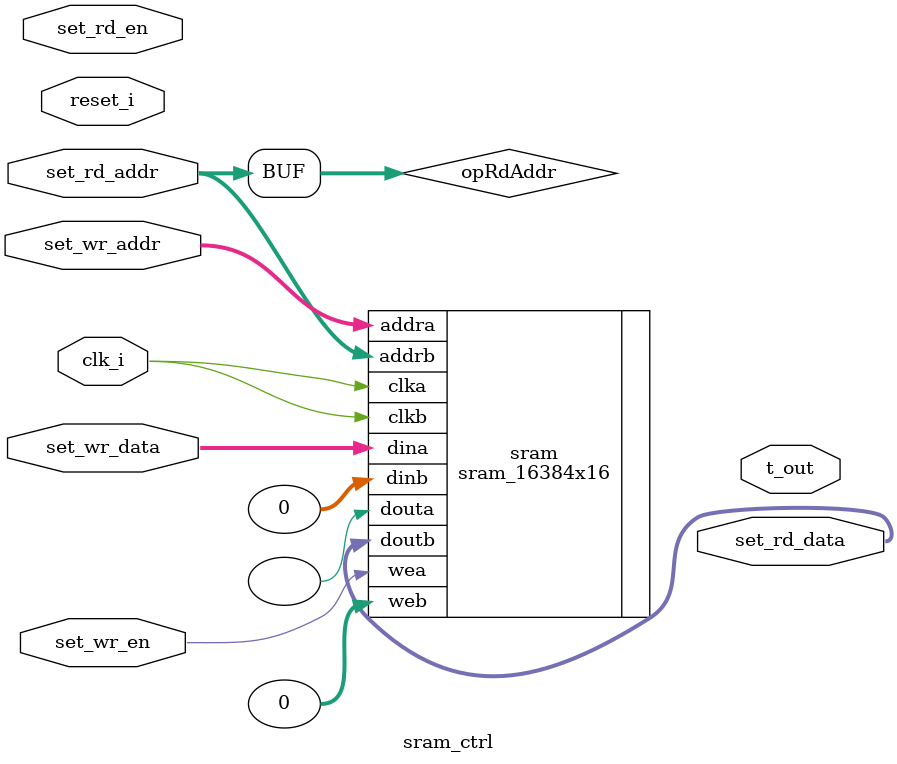
<source format=v>


	`timescale 1ns/1ps
	/******************************************************\
		file		:	sram_ctrl.v
		module	: 	sram_ctrl
		company 	: 	
		
	\******************************************************/

	module sram_ctrl(
			input											clk_i							,
			input											reset_i						,	// not use

			input											set_wr_en		            ,
			input					[15:0]				set_wr_addr	            ,
			input					[15:0]				set_wr_data	            ,
									
			input											set_rd_en		            ,
			input					[15:0]				set_rd_addr	            ,
			output				[15:0]				set_rd_data	            ,
			
			output										t_out
	) ;
	parameter Sim_Mode = 0 ;
	
	wire [15:0]	opRdAddr = set_rd_addr	;
	
	sram_16384x16 sram(
		 .						clka			(			clk_i									)						,
		 .						wea			(			set_wr_en							)						,
		 .						addra		(			set_wr_addr						)						,
		 .						dina		(			set_wr_data						)						,
		 .						douta		(														)						,
		 
		 .						clkb			(			clk_i									)						,
		 .						web			(			0											)						,
		 .						addrb		(			opRdAddr							)						,
		 .						dinb		(			0											)						,
		 .						doutb       (			set_rd_data						)
	);
	
	
	endmodule 

</source>
